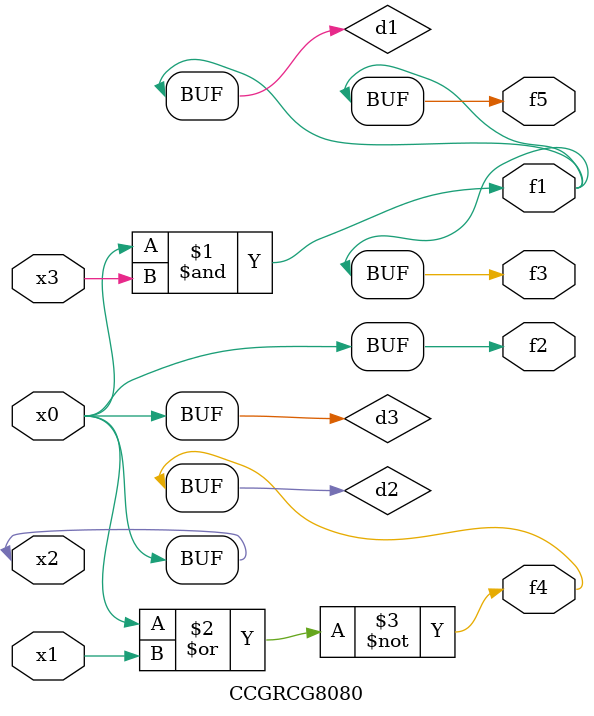
<source format=v>
module CCGRCG8080(
	input x0, x1, x2, x3,
	output f1, f2, f3, f4, f5
);

	wire d1, d2, d3;

	and (d1, x2, x3);
	nor (d2, x0, x1);
	buf (d3, x0, x2);
	assign f1 = d1;
	assign f2 = d3;
	assign f3 = d1;
	assign f4 = d2;
	assign f5 = d1;
endmodule

</source>
